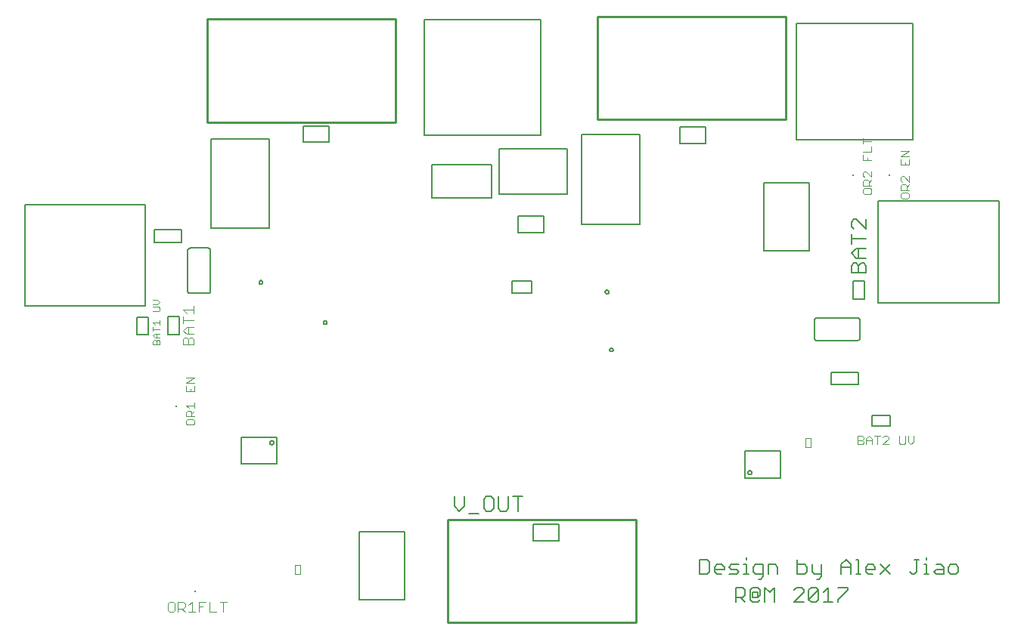
<source format=gto>
G75*
%MOIN*%
%OFA0B0*%
%FSLAX25Y25*%
%IPPOS*%
%LPD*%
%AMOC8*
5,1,8,0,0,1.08239X$1,22.5*
%
%ADD10C,0.00600*%
%ADD11C,0.00300*%
%ADD12C,0.00400*%
%ADD13C,0.00500*%
%ADD14C,0.01000*%
%ADD15R,0.00787X0.00787*%
%ADD16C,0.00256*%
D10*
X0259317Y0163150D02*
X0259317Y0181150D01*
X0259319Y0181210D01*
X0259324Y0181271D01*
X0259333Y0181330D01*
X0259346Y0181389D01*
X0259362Y0181448D01*
X0259382Y0181505D01*
X0259405Y0181560D01*
X0259432Y0181615D01*
X0259461Y0181667D01*
X0259494Y0181718D01*
X0259530Y0181767D01*
X0259568Y0181813D01*
X0259610Y0181857D01*
X0259654Y0181899D01*
X0259700Y0181937D01*
X0259749Y0181973D01*
X0259800Y0182006D01*
X0259852Y0182035D01*
X0259907Y0182062D01*
X0259962Y0182085D01*
X0260019Y0182105D01*
X0260078Y0182121D01*
X0260137Y0182134D01*
X0260196Y0182143D01*
X0260257Y0182148D01*
X0260317Y0182150D01*
X0268317Y0182150D01*
X0268377Y0182148D01*
X0268438Y0182143D01*
X0268497Y0182134D01*
X0268556Y0182121D01*
X0268615Y0182105D01*
X0268672Y0182085D01*
X0268727Y0182062D01*
X0268782Y0182035D01*
X0268834Y0182006D01*
X0268885Y0181973D01*
X0268934Y0181937D01*
X0268980Y0181899D01*
X0269024Y0181857D01*
X0269066Y0181813D01*
X0269104Y0181767D01*
X0269140Y0181718D01*
X0269173Y0181667D01*
X0269202Y0181615D01*
X0269229Y0181560D01*
X0269252Y0181505D01*
X0269272Y0181448D01*
X0269288Y0181389D01*
X0269301Y0181330D01*
X0269310Y0181271D01*
X0269315Y0181210D01*
X0269317Y0181150D01*
X0269317Y0163150D01*
X0269315Y0163090D01*
X0269310Y0163029D01*
X0269301Y0162970D01*
X0269288Y0162911D01*
X0269272Y0162852D01*
X0269252Y0162795D01*
X0269229Y0162740D01*
X0269202Y0162685D01*
X0269173Y0162633D01*
X0269140Y0162582D01*
X0269104Y0162533D01*
X0269066Y0162487D01*
X0269024Y0162443D01*
X0268980Y0162401D01*
X0268934Y0162363D01*
X0268885Y0162327D01*
X0268834Y0162294D01*
X0268782Y0162265D01*
X0268727Y0162238D01*
X0268672Y0162215D01*
X0268615Y0162195D01*
X0268556Y0162179D01*
X0268497Y0162166D01*
X0268438Y0162157D01*
X0268377Y0162152D01*
X0268317Y0162150D01*
X0260317Y0162150D01*
X0260257Y0162152D01*
X0260196Y0162157D01*
X0260137Y0162166D01*
X0260078Y0162179D01*
X0260019Y0162195D01*
X0259962Y0162215D01*
X0259907Y0162238D01*
X0259852Y0162265D01*
X0259800Y0162294D01*
X0259749Y0162327D01*
X0259700Y0162363D01*
X0259654Y0162401D01*
X0259610Y0162443D01*
X0259568Y0162487D01*
X0259530Y0162533D01*
X0259494Y0162582D01*
X0259461Y0162633D01*
X0259432Y0162685D01*
X0259405Y0162740D01*
X0259382Y0162795D01*
X0259362Y0162852D01*
X0259346Y0162911D01*
X0259333Y0162970D01*
X0259324Y0163029D01*
X0259319Y0163090D01*
X0259317Y0163150D01*
X0376901Y0072516D02*
X0376901Y0068246D01*
X0379036Y0066111D01*
X0381171Y0068246D01*
X0381171Y0072516D01*
X0389791Y0071449D02*
X0389791Y0067179D01*
X0390859Y0066111D01*
X0392994Y0066111D01*
X0394062Y0067179D01*
X0394062Y0071449D01*
X0392994Y0072516D01*
X0390859Y0072516D01*
X0389791Y0071449D01*
X0396237Y0072516D02*
X0396237Y0067179D01*
X0397305Y0066111D01*
X0399440Y0066111D01*
X0400507Y0067179D01*
X0400507Y0072516D01*
X0402682Y0072516D02*
X0406953Y0072516D01*
X0404818Y0072516D02*
X0404818Y0066111D01*
X0387616Y0065043D02*
X0383346Y0065043D01*
X0485011Y0044642D02*
X0485011Y0038237D01*
X0488213Y0038237D01*
X0489281Y0039305D01*
X0489281Y0043575D01*
X0488213Y0044642D01*
X0485011Y0044642D01*
X0491456Y0041440D02*
X0492524Y0042507D01*
X0494659Y0042507D01*
X0495727Y0041440D01*
X0495727Y0040372D01*
X0491456Y0040372D01*
X0491456Y0039305D02*
X0491456Y0041440D01*
X0491456Y0039305D02*
X0492524Y0038237D01*
X0494659Y0038237D01*
X0497902Y0038237D02*
X0501104Y0038237D01*
X0502172Y0039305D01*
X0501104Y0040372D01*
X0498969Y0040372D01*
X0497902Y0041440D01*
X0498969Y0042507D01*
X0502172Y0042507D01*
X0504347Y0042507D02*
X0505415Y0042507D01*
X0505415Y0038237D01*
X0506482Y0038237D02*
X0504347Y0038237D01*
X0508644Y0039305D02*
X0509712Y0038237D01*
X0512915Y0038237D01*
X0512915Y0037169D02*
X0512915Y0042507D01*
X0509712Y0042507D01*
X0508644Y0041440D01*
X0508644Y0039305D01*
X0510779Y0036102D02*
X0511847Y0036102D01*
X0512915Y0037169D01*
X0515090Y0038237D02*
X0515090Y0042507D01*
X0518292Y0042507D01*
X0519360Y0041440D01*
X0519360Y0038237D01*
X0517920Y0032280D02*
X0517920Y0025875D01*
X0513650Y0025875D02*
X0513650Y0032280D01*
X0515785Y0030145D01*
X0517920Y0032280D01*
X0511475Y0031213D02*
X0511475Y0029078D01*
X0510407Y0028010D01*
X0510407Y0030145D01*
X0508272Y0030145D01*
X0508272Y0028010D01*
X0510407Y0028010D01*
X0511475Y0026942D02*
X0510407Y0025875D01*
X0508272Y0025875D01*
X0507204Y0026942D01*
X0507204Y0031213D01*
X0508272Y0032280D01*
X0510407Y0032280D01*
X0511475Y0031213D01*
X0505029Y0031213D02*
X0503962Y0032280D01*
X0500759Y0032280D01*
X0500759Y0025875D01*
X0500759Y0028010D02*
X0503962Y0028010D01*
X0505029Y0029078D01*
X0505029Y0031213D01*
X0502894Y0028010D02*
X0505029Y0025875D01*
X0526541Y0025875D02*
X0530811Y0030145D01*
X0530811Y0031213D01*
X0529743Y0032280D01*
X0527608Y0032280D01*
X0526541Y0031213D01*
X0526541Y0025875D02*
X0530811Y0025875D01*
X0532986Y0026942D02*
X0537257Y0031213D01*
X0537257Y0026942D01*
X0536189Y0025875D01*
X0534054Y0025875D01*
X0532986Y0026942D01*
X0532986Y0031213D01*
X0534054Y0032280D01*
X0536189Y0032280D01*
X0537257Y0031213D01*
X0539432Y0030145D02*
X0541567Y0032280D01*
X0541567Y0025875D01*
X0539432Y0025875D02*
X0543702Y0025875D01*
X0545877Y0025875D02*
X0545877Y0026942D01*
X0550148Y0031213D01*
X0550148Y0032280D01*
X0545877Y0032280D01*
X0547317Y0038237D02*
X0547317Y0042507D01*
X0549452Y0044642D01*
X0551588Y0042507D01*
X0551588Y0038237D01*
X0553763Y0038237D02*
X0555898Y0038237D01*
X0554830Y0038237D02*
X0554830Y0044642D01*
X0553763Y0044642D01*
X0551588Y0041440D02*
X0547317Y0041440D01*
X0538697Y0042507D02*
X0538697Y0037169D01*
X0537629Y0036102D01*
X0536561Y0036102D01*
X0535494Y0038237D02*
X0538697Y0038237D01*
X0535494Y0038237D02*
X0534426Y0039305D01*
X0534426Y0042507D01*
X0532251Y0041440D02*
X0531183Y0042507D01*
X0527981Y0042507D01*
X0527981Y0044642D02*
X0527981Y0038237D01*
X0531183Y0038237D01*
X0532251Y0039305D01*
X0532251Y0041440D01*
X0558060Y0041440D02*
X0559127Y0042507D01*
X0561262Y0042507D01*
X0562330Y0041440D01*
X0562330Y0040372D01*
X0558060Y0040372D01*
X0558060Y0039305D02*
X0558060Y0041440D01*
X0558060Y0039305D02*
X0559127Y0038237D01*
X0561262Y0038237D01*
X0564505Y0038237D02*
X0568776Y0042507D01*
X0568776Y0038237D02*
X0564505Y0042507D01*
X0577396Y0039305D02*
X0578464Y0038237D01*
X0579531Y0038237D01*
X0580599Y0039305D01*
X0580599Y0044642D01*
X0579531Y0044642D02*
X0581667Y0044642D01*
X0583842Y0042507D02*
X0584909Y0042507D01*
X0584909Y0038237D01*
X0583842Y0038237D02*
X0585977Y0038237D01*
X0588139Y0039305D02*
X0589206Y0038237D01*
X0592409Y0038237D01*
X0592409Y0041440D01*
X0591341Y0042507D01*
X0589206Y0042507D01*
X0589206Y0040372D02*
X0592409Y0040372D01*
X0594584Y0039305D02*
X0595652Y0038237D01*
X0597787Y0038237D01*
X0598855Y0039305D01*
X0598855Y0041440D01*
X0597787Y0042507D01*
X0595652Y0042507D01*
X0594584Y0041440D01*
X0594584Y0039305D01*
X0589206Y0040372D02*
X0588139Y0039305D01*
X0584909Y0044642D02*
X0584909Y0045710D01*
X0505415Y0045710D02*
X0505415Y0044642D01*
X0536498Y0141441D02*
X0554498Y0141441D01*
X0554558Y0141443D01*
X0554619Y0141448D01*
X0554678Y0141457D01*
X0554737Y0141470D01*
X0554796Y0141486D01*
X0554853Y0141506D01*
X0554908Y0141529D01*
X0554963Y0141556D01*
X0555015Y0141585D01*
X0555066Y0141618D01*
X0555115Y0141654D01*
X0555161Y0141692D01*
X0555205Y0141734D01*
X0555247Y0141778D01*
X0555285Y0141824D01*
X0555321Y0141873D01*
X0555354Y0141924D01*
X0555383Y0141976D01*
X0555410Y0142031D01*
X0555433Y0142086D01*
X0555453Y0142143D01*
X0555469Y0142202D01*
X0555482Y0142261D01*
X0555491Y0142320D01*
X0555496Y0142381D01*
X0555498Y0142441D01*
X0555498Y0150441D01*
X0555496Y0150501D01*
X0555491Y0150562D01*
X0555482Y0150621D01*
X0555469Y0150680D01*
X0555453Y0150739D01*
X0555433Y0150796D01*
X0555410Y0150851D01*
X0555383Y0150906D01*
X0555354Y0150958D01*
X0555321Y0151009D01*
X0555285Y0151058D01*
X0555247Y0151104D01*
X0555205Y0151148D01*
X0555161Y0151190D01*
X0555115Y0151228D01*
X0555066Y0151264D01*
X0555015Y0151297D01*
X0554963Y0151326D01*
X0554908Y0151353D01*
X0554853Y0151376D01*
X0554796Y0151396D01*
X0554737Y0151412D01*
X0554678Y0151425D01*
X0554619Y0151434D01*
X0554558Y0151439D01*
X0554498Y0151441D01*
X0536498Y0151441D01*
X0536438Y0151439D01*
X0536377Y0151434D01*
X0536318Y0151425D01*
X0536259Y0151412D01*
X0536200Y0151396D01*
X0536143Y0151376D01*
X0536088Y0151353D01*
X0536033Y0151326D01*
X0535981Y0151297D01*
X0535930Y0151264D01*
X0535881Y0151228D01*
X0535835Y0151190D01*
X0535791Y0151148D01*
X0535749Y0151104D01*
X0535711Y0151058D01*
X0535675Y0151009D01*
X0535642Y0150958D01*
X0535613Y0150906D01*
X0535586Y0150851D01*
X0535563Y0150796D01*
X0535543Y0150739D01*
X0535527Y0150680D01*
X0535514Y0150621D01*
X0535505Y0150562D01*
X0535500Y0150501D01*
X0535498Y0150441D01*
X0535498Y0142441D01*
X0535500Y0142381D01*
X0535505Y0142320D01*
X0535514Y0142261D01*
X0535527Y0142202D01*
X0535543Y0142143D01*
X0535563Y0142086D01*
X0535586Y0142031D01*
X0535613Y0141976D01*
X0535642Y0141924D01*
X0535675Y0141873D01*
X0535711Y0141824D01*
X0535749Y0141778D01*
X0535791Y0141734D01*
X0535835Y0141692D01*
X0535881Y0141654D01*
X0535930Y0141618D01*
X0535981Y0141585D01*
X0536033Y0141556D01*
X0536088Y0141529D01*
X0536143Y0141506D01*
X0536200Y0141486D01*
X0536259Y0141470D01*
X0536318Y0141457D01*
X0536377Y0141448D01*
X0536438Y0141443D01*
X0536498Y0141441D01*
X0551785Y0171229D02*
X0551785Y0174432D01*
X0552852Y0175499D01*
X0553920Y0175499D01*
X0554988Y0174432D01*
X0554988Y0171229D01*
X0558190Y0171229D02*
X0558190Y0174432D01*
X0557123Y0175499D01*
X0556055Y0175499D01*
X0554988Y0174432D01*
X0554988Y0177675D02*
X0554988Y0181945D01*
X0553920Y0181945D02*
X0558190Y0181945D01*
X0553920Y0181945D02*
X0551785Y0179810D01*
X0553920Y0177675D01*
X0558190Y0177675D01*
X0558190Y0171229D02*
X0551785Y0171229D01*
X0551785Y0184120D02*
X0551785Y0188390D01*
X0551785Y0186255D02*
X0558190Y0186255D01*
X0558190Y0190566D02*
X0553920Y0194836D01*
X0552852Y0194836D01*
X0551785Y0193768D01*
X0551785Y0191633D01*
X0552852Y0190566D01*
X0558190Y0190566D02*
X0558190Y0194836D01*
D11*
X0573598Y0204716D02*
X0574215Y0204098D01*
X0576684Y0204098D01*
X0577301Y0204716D01*
X0577301Y0205950D01*
X0576684Y0206567D01*
X0574215Y0206567D01*
X0573598Y0205950D01*
X0573598Y0204716D01*
X0573598Y0207782D02*
X0573598Y0209633D01*
X0574215Y0210250D01*
X0575449Y0210250D01*
X0576067Y0209633D01*
X0576067Y0207782D01*
X0577301Y0207782D02*
X0573598Y0207782D01*
X0576067Y0209016D02*
X0577301Y0210250D01*
X0577301Y0211465D02*
X0574832Y0213933D01*
X0574215Y0213933D01*
X0573598Y0213316D01*
X0573598Y0212082D01*
X0574215Y0211465D01*
X0577301Y0211465D02*
X0577301Y0213933D01*
X0577301Y0218831D02*
X0573598Y0218831D01*
X0573598Y0221300D01*
X0573598Y0222514D02*
X0577301Y0224983D01*
X0573598Y0224983D01*
X0573598Y0222514D02*
X0577301Y0222514D01*
X0577301Y0221300D02*
X0577301Y0218831D01*
X0575449Y0218831D02*
X0575449Y0220065D01*
X0560702Y0220851D02*
X0556999Y0220851D01*
X0556999Y0223320D01*
X0556999Y0224534D02*
X0560702Y0224534D01*
X0560702Y0227003D01*
X0560702Y0229452D02*
X0556999Y0229452D01*
X0556999Y0230686D02*
X0556999Y0228217D01*
X0558851Y0222085D02*
X0558851Y0220851D01*
X0558234Y0215954D02*
X0557617Y0215954D01*
X0556999Y0215336D01*
X0556999Y0214102D01*
X0557617Y0213485D01*
X0557617Y0212270D02*
X0558851Y0212270D01*
X0559468Y0211653D01*
X0559468Y0209802D01*
X0559468Y0211036D02*
X0560702Y0212270D01*
X0560702Y0213485D02*
X0558234Y0215954D01*
X0560702Y0215954D02*
X0560702Y0213485D01*
X0557617Y0212270D02*
X0556999Y0211653D01*
X0556999Y0209802D01*
X0560702Y0209802D01*
X0560085Y0208587D02*
X0557617Y0208587D01*
X0556999Y0207970D01*
X0556999Y0206736D01*
X0557617Y0206119D01*
X0560085Y0206119D01*
X0560702Y0206736D01*
X0560702Y0207970D01*
X0560085Y0208587D01*
X0559542Y0099192D02*
X0560776Y0097957D01*
X0560776Y0095489D01*
X0560776Y0097340D02*
X0558308Y0097340D01*
X0558308Y0097957D02*
X0559542Y0099192D01*
X0558308Y0097957D02*
X0558308Y0095489D01*
X0557093Y0096106D02*
X0556476Y0095489D01*
X0554625Y0095489D01*
X0554625Y0099192D01*
X0556476Y0099192D01*
X0557093Y0098575D01*
X0557093Y0097957D01*
X0556476Y0097340D01*
X0554625Y0097340D01*
X0556476Y0097340D02*
X0557093Y0096723D01*
X0557093Y0096106D01*
X0561991Y0099192D02*
X0564460Y0099192D01*
X0563225Y0099192D02*
X0563225Y0095489D01*
X0565674Y0095489D02*
X0568143Y0097957D01*
X0568143Y0098575D01*
X0567526Y0099192D01*
X0566291Y0099192D01*
X0565674Y0098575D01*
X0565674Y0095489D02*
X0568143Y0095489D01*
X0573040Y0096106D02*
X0573657Y0095489D01*
X0574892Y0095489D01*
X0575509Y0096106D01*
X0575509Y0099192D01*
X0576723Y0099192D02*
X0576723Y0096723D01*
X0577958Y0095489D01*
X0579192Y0096723D01*
X0579192Y0099192D01*
X0573040Y0099192D02*
X0573040Y0096106D01*
X0262277Y0104767D02*
X0262277Y0106002D01*
X0261660Y0106619D01*
X0259191Y0106619D01*
X0258574Y0106002D01*
X0258574Y0104767D01*
X0259191Y0104150D01*
X0261660Y0104150D01*
X0262277Y0104767D01*
X0262277Y0107833D02*
X0258574Y0107833D01*
X0258574Y0109685D01*
X0259191Y0110302D01*
X0260426Y0110302D01*
X0261043Y0109685D01*
X0261043Y0107833D01*
X0261043Y0109068D02*
X0262277Y0110302D01*
X0262277Y0111516D02*
X0262277Y0113985D01*
X0262277Y0112751D02*
X0258574Y0112751D01*
X0259809Y0111516D01*
X0260426Y0118883D02*
X0260426Y0120117D01*
X0262277Y0118883D02*
X0262277Y0121351D01*
X0262277Y0122566D02*
X0258574Y0122566D01*
X0262277Y0125034D01*
X0258574Y0125034D01*
X0258574Y0121351D02*
X0258574Y0118883D01*
X0262277Y0118883D01*
X0246923Y0139583D02*
X0244020Y0139583D01*
X0244020Y0141034D01*
X0244504Y0141518D01*
X0244988Y0141518D01*
X0245472Y0141034D01*
X0245472Y0139583D01*
X0246923Y0139583D02*
X0246923Y0141034D01*
X0246439Y0141518D01*
X0245955Y0141518D01*
X0245472Y0141034D01*
X0245472Y0142530D02*
X0245472Y0144465D01*
X0244988Y0144465D02*
X0246923Y0144465D01*
X0244988Y0144465D02*
X0244020Y0143497D01*
X0244988Y0142530D01*
X0246923Y0142530D01*
X0246923Y0146444D02*
X0244020Y0146444D01*
X0244020Y0147411D02*
X0244020Y0145476D01*
X0244988Y0148423D02*
X0244020Y0149390D01*
X0246923Y0149390D01*
X0246923Y0148423D02*
X0246923Y0150358D01*
X0246439Y0154316D02*
X0246923Y0154799D01*
X0246923Y0155767D01*
X0246439Y0156251D01*
X0244020Y0156251D01*
X0244020Y0157262D02*
X0245955Y0157262D01*
X0246923Y0158230D01*
X0245955Y0159197D01*
X0244020Y0159197D01*
X0244020Y0154316D02*
X0246439Y0154316D01*
D12*
X0250423Y0022290D02*
X0251190Y0021523D01*
X0252725Y0021523D01*
X0253492Y0022290D01*
X0253492Y0025359D01*
X0252725Y0026127D01*
X0251190Y0026127D01*
X0250423Y0025359D01*
X0250423Y0022290D01*
X0255026Y0021523D02*
X0255026Y0026127D01*
X0257328Y0026127D01*
X0258096Y0025359D01*
X0258096Y0023825D01*
X0257328Y0023057D01*
X0255026Y0023057D01*
X0256561Y0023057D02*
X0258096Y0021523D01*
X0259630Y0021523D02*
X0262700Y0021523D01*
X0264234Y0021523D02*
X0264234Y0026127D01*
X0267304Y0026127D01*
X0268838Y0026127D02*
X0268838Y0021523D01*
X0271908Y0021523D01*
X0274977Y0021523D02*
X0274977Y0026127D01*
X0276511Y0026127D02*
X0273442Y0026127D01*
X0265769Y0023825D02*
X0264234Y0023825D01*
X0261165Y0026127D02*
X0261165Y0021523D01*
X0259630Y0024592D02*
X0261165Y0026127D01*
X0261834Y0139633D02*
X0257230Y0139633D01*
X0257230Y0141935D01*
X0257997Y0142702D01*
X0258764Y0142702D01*
X0259532Y0141935D01*
X0259532Y0139633D01*
X0261834Y0139633D02*
X0261834Y0141935D01*
X0261066Y0142702D01*
X0260299Y0142702D01*
X0259532Y0141935D01*
X0259532Y0144237D02*
X0259532Y0147306D01*
X0258764Y0147306D02*
X0261834Y0147306D01*
X0261834Y0144237D02*
X0258764Y0144237D01*
X0257230Y0145772D01*
X0258764Y0147306D01*
X0257230Y0148841D02*
X0257230Y0151910D01*
X0257230Y0150376D02*
X0261834Y0150376D01*
X0261834Y0153445D02*
X0261834Y0156514D01*
X0261834Y0154979D02*
X0257230Y0154979D01*
X0258764Y0153445D01*
D13*
X0255439Y0151835D02*
X0255439Y0143961D01*
X0250518Y0143961D01*
X0250518Y0151835D01*
X0255439Y0151835D01*
X0241856Y0151795D02*
X0241856Y0143921D01*
X0236935Y0143921D01*
X0236935Y0151795D01*
X0241856Y0151795D01*
X0240695Y0156559D02*
X0187545Y0156559D01*
X0187545Y0201441D01*
X0240695Y0201441D01*
X0240695Y0156559D01*
X0290735Y0167071D02*
X0290737Y0167127D01*
X0290743Y0167182D01*
X0290753Y0167236D01*
X0290766Y0167290D01*
X0290784Y0167343D01*
X0290805Y0167394D01*
X0290829Y0167444D01*
X0290857Y0167492D01*
X0290889Y0167538D01*
X0290923Y0167582D01*
X0290961Y0167623D01*
X0291001Y0167661D01*
X0291044Y0167696D01*
X0291089Y0167728D01*
X0291137Y0167757D01*
X0291186Y0167783D01*
X0291237Y0167805D01*
X0291289Y0167823D01*
X0291343Y0167837D01*
X0291398Y0167848D01*
X0291453Y0167855D01*
X0291508Y0167858D01*
X0291564Y0167857D01*
X0291619Y0167852D01*
X0291674Y0167843D01*
X0291728Y0167831D01*
X0291781Y0167814D01*
X0291833Y0167794D01*
X0291883Y0167770D01*
X0291931Y0167743D01*
X0291978Y0167713D01*
X0292022Y0167679D01*
X0292064Y0167642D01*
X0292102Y0167602D01*
X0292139Y0167560D01*
X0292172Y0167515D01*
X0292201Y0167469D01*
X0292228Y0167420D01*
X0292250Y0167369D01*
X0292270Y0167317D01*
X0292285Y0167263D01*
X0292297Y0167209D01*
X0292305Y0167154D01*
X0292309Y0167099D01*
X0292309Y0167043D01*
X0292305Y0166988D01*
X0292297Y0166933D01*
X0292285Y0166879D01*
X0292270Y0166825D01*
X0292250Y0166773D01*
X0292228Y0166722D01*
X0292201Y0166673D01*
X0292172Y0166627D01*
X0292139Y0166582D01*
X0292102Y0166540D01*
X0292064Y0166500D01*
X0292022Y0166463D01*
X0291978Y0166429D01*
X0291931Y0166399D01*
X0291883Y0166372D01*
X0291833Y0166348D01*
X0291781Y0166328D01*
X0291728Y0166311D01*
X0291674Y0166299D01*
X0291619Y0166290D01*
X0291564Y0166285D01*
X0291508Y0166284D01*
X0291453Y0166287D01*
X0291398Y0166294D01*
X0291343Y0166305D01*
X0291289Y0166319D01*
X0291237Y0166337D01*
X0291186Y0166359D01*
X0291137Y0166385D01*
X0291089Y0166414D01*
X0291044Y0166446D01*
X0291001Y0166481D01*
X0290961Y0166519D01*
X0290923Y0166560D01*
X0290889Y0166604D01*
X0290857Y0166650D01*
X0290829Y0166698D01*
X0290805Y0166748D01*
X0290784Y0166799D01*
X0290766Y0166852D01*
X0290753Y0166906D01*
X0290743Y0166960D01*
X0290737Y0167015D01*
X0290735Y0167071D01*
X0319121Y0149276D02*
X0319123Y0149332D01*
X0319129Y0149387D01*
X0319139Y0149441D01*
X0319152Y0149495D01*
X0319170Y0149548D01*
X0319191Y0149599D01*
X0319215Y0149649D01*
X0319243Y0149697D01*
X0319275Y0149743D01*
X0319309Y0149787D01*
X0319347Y0149828D01*
X0319387Y0149866D01*
X0319430Y0149901D01*
X0319475Y0149933D01*
X0319523Y0149962D01*
X0319572Y0149988D01*
X0319623Y0150010D01*
X0319675Y0150028D01*
X0319729Y0150042D01*
X0319784Y0150053D01*
X0319839Y0150060D01*
X0319894Y0150063D01*
X0319950Y0150062D01*
X0320005Y0150057D01*
X0320060Y0150048D01*
X0320114Y0150036D01*
X0320167Y0150019D01*
X0320219Y0149999D01*
X0320269Y0149975D01*
X0320317Y0149948D01*
X0320364Y0149918D01*
X0320408Y0149884D01*
X0320450Y0149847D01*
X0320488Y0149807D01*
X0320525Y0149765D01*
X0320558Y0149720D01*
X0320587Y0149674D01*
X0320614Y0149625D01*
X0320636Y0149574D01*
X0320656Y0149522D01*
X0320671Y0149468D01*
X0320683Y0149414D01*
X0320691Y0149359D01*
X0320695Y0149304D01*
X0320695Y0149248D01*
X0320691Y0149193D01*
X0320683Y0149138D01*
X0320671Y0149084D01*
X0320656Y0149030D01*
X0320636Y0148978D01*
X0320614Y0148927D01*
X0320587Y0148878D01*
X0320558Y0148832D01*
X0320525Y0148787D01*
X0320488Y0148745D01*
X0320450Y0148705D01*
X0320408Y0148668D01*
X0320364Y0148634D01*
X0320317Y0148604D01*
X0320269Y0148577D01*
X0320219Y0148553D01*
X0320167Y0148533D01*
X0320114Y0148516D01*
X0320060Y0148504D01*
X0320005Y0148495D01*
X0319950Y0148490D01*
X0319894Y0148489D01*
X0319839Y0148492D01*
X0319784Y0148499D01*
X0319729Y0148510D01*
X0319675Y0148524D01*
X0319623Y0148542D01*
X0319572Y0148564D01*
X0319523Y0148590D01*
X0319475Y0148619D01*
X0319430Y0148651D01*
X0319387Y0148686D01*
X0319347Y0148724D01*
X0319309Y0148765D01*
X0319275Y0148809D01*
X0319243Y0148855D01*
X0319215Y0148903D01*
X0319191Y0148953D01*
X0319170Y0149004D01*
X0319152Y0149057D01*
X0319139Y0149111D01*
X0319129Y0149165D01*
X0319123Y0149220D01*
X0319121Y0149276D01*
X0256443Y0184748D02*
X0244632Y0184748D01*
X0244632Y0190260D01*
X0256443Y0190260D01*
X0256443Y0184748D01*
X0269711Y0191008D02*
X0269711Y0230378D01*
X0295301Y0230378D01*
X0295301Y0191008D01*
X0269711Y0191008D01*
X0310262Y0228803D02*
X0310262Y0236087D01*
X0321679Y0236087D01*
X0321679Y0228803D01*
X0310262Y0228803D01*
X0363608Y0231953D02*
X0363608Y0283134D01*
X0414789Y0283134D01*
X0414789Y0231953D01*
X0363608Y0231953D01*
X0366955Y0218961D02*
X0366955Y0204394D01*
X0393333Y0204394D01*
X0393333Y0218961D01*
X0366955Y0218961D01*
X0396640Y0226126D02*
X0396640Y0206126D01*
X0426640Y0206126D01*
X0426640Y0226126D01*
X0396640Y0226126D01*
X0432900Y0232150D02*
X0432900Y0192780D01*
X0458490Y0192780D01*
X0458490Y0232150D01*
X0432900Y0232150D01*
X0476207Y0235693D02*
X0476207Y0228409D01*
X0487624Y0228409D01*
X0487624Y0235693D01*
X0476207Y0235693D01*
X0527585Y0229984D02*
X0527585Y0281165D01*
X0578766Y0281165D01*
X0578766Y0229984D01*
X0527585Y0229984D01*
X0533372Y0211047D02*
X0513372Y0211047D01*
X0513372Y0181047D01*
X0533372Y0181047D01*
X0533372Y0211047D01*
X0563687Y0202819D02*
X0616837Y0202819D01*
X0616837Y0157937D01*
X0563687Y0157937D01*
X0563687Y0202819D01*
X0557408Y0167583D02*
X0552486Y0167583D01*
X0552486Y0159709D01*
X0557408Y0159709D01*
X0557408Y0167583D01*
X0554829Y0127465D02*
X0543018Y0127465D01*
X0543018Y0121953D01*
X0554829Y0121953D01*
X0554829Y0127465D01*
X0560852Y0108429D02*
X0560852Y0103508D01*
X0568726Y0103508D01*
X0568726Y0108429D01*
X0560852Y0108429D01*
X0520656Y0092583D02*
X0520656Y0080772D01*
X0504908Y0080772D01*
X0504908Y0092583D01*
X0520656Y0092583D01*
X0506246Y0083134D02*
X0506248Y0083192D01*
X0506254Y0083251D01*
X0506264Y0083308D01*
X0506277Y0083365D01*
X0506295Y0083421D01*
X0506316Y0083476D01*
X0506341Y0083528D01*
X0506369Y0083580D01*
X0506401Y0083629D01*
X0506436Y0083676D01*
X0506474Y0083720D01*
X0506515Y0083762D01*
X0506559Y0083801D01*
X0506605Y0083836D01*
X0506654Y0083869D01*
X0506705Y0083898D01*
X0506757Y0083924D01*
X0506811Y0083946D01*
X0506867Y0083965D01*
X0506923Y0083979D01*
X0506981Y0083990D01*
X0507039Y0083997D01*
X0507097Y0084000D01*
X0507156Y0083999D01*
X0507214Y0083994D01*
X0507272Y0083985D01*
X0507329Y0083972D01*
X0507385Y0083956D01*
X0507440Y0083935D01*
X0507493Y0083911D01*
X0507545Y0083884D01*
X0507595Y0083853D01*
X0507642Y0083819D01*
X0507687Y0083781D01*
X0507730Y0083741D01*
X0507769Y0083698D01*
X0507806Y0083652D01*
X0507839Y0083604D01*
X0507869Y0083554D01*
X0507896Y0083502D01*
X0507919Y0083448D01*
X0507938Y0083393D01*
X0507954Y0083337D01*
X0507966Y0083280D01*
X0507974Y0083222D01*
X0507978Y0083163D01*
X0507978Y0083105D01*
X0507974Y0083046D01*
X0507966Y0082988D01*
X0507954Y0082931D01*
X0507938Y0082875D01*
X0507919Y0082820D01*
X0507896Y0082766D01*
X0507869Y0082714D01*
X0507839Y0082664D01*
X0507806Y0082616D01*
X0507769Y0082570D01*
X0507730Y0082527D01*
X0507687Y0082487D01*
X0507642Y0082449D01*
X0507595Y0082415D01*
X0507545Y0082384D01*
X0507493Y0082357D01*
X0507440Y0082333D01*
X0507385Y0082312D01*
X0507329Y0082296D01*
X0507272Y0082283D01*
X0507214Y0082274D01*
X0507156Y0082269D01*
X0507097Y0082268D01*
X0507039Y0082271D01*
X0506981Y0082278D01*
X0506923Y0082289D01*
X0506867Y0082303D01*
X0506811Y0082322D01*
X0506757Y0082344D01*
X0506705Y0082370D01*
X0506654Y0082399D01*
X0506605Y0082432D01*
X0506559Y0082467D01*
X0506515Y0082506D01*
X0506474Y0082548D01*
X0506436Y0082592D01*
X0506401Y0082639D01*
X0506369Y0082688D01*
X0506341Y0082740D01*
X0506316Y0082792D01*
X0506295Y0082847D01*
X0506277Y0082903D01*
X0506264Y0082960D01*
X0506254Y0083017D01*
X0506248Y0083076D01*
X0506246Y0083134D01*
X0422978Y0060220D02*
X0422978Y0052937D01*
X0411561Y0052937D01*
X0411561Y0060220D01*
X0422978Y0060220D01*
X0354986Y0056835D02*
X0334986Y0056835D01*
X0334986Y0026835D01*
X0354986Y0026835D01*
X0354986Y0056835D01*
X0298569Y0086874D02*
X0282821Y0086874D01*
X0282821Y0098685D01*
X0298569Y0098685D01*
X0298569Y0086874D01*
X0295498Y0096323D02*
X0295500Y0096381D01*
X0295506Y0096440D01*
X0295516Y0096497D01*
X0295529Y0096554D01*
X0295547Y0096610D01*
X0295568Y0096665D01*
X0295593Y0096717D01*
X0295621Y0096769D01*
X0295653Y0096818D01*
X0295688Y0096865D01*
X0295726Y0096909D01*
X0295767Y0096951D01*
X0295811Y0096990D01*
X0295857Y0097025D01*
X0295906Y0097058D01*
X0295957Y0097087D01*
X0296009Y0097113D01*
X0296063Y0097135D01*
X0296119Y0097154D01*
X0296175Y0097168D01*
X0296233Y0097179D01*
X0296291Y0097186D01*
X0296349Y0097189D01*
X0296408Y0097188D01*
X0296466Y0097183D01*
X0296524Y0097174D01*
X0296581Y0097161D01*
X0296637Y0097145D01*
X0296692Y0097124D01*
X0296745Y0097100D01*
X0296797Y0097073D01*
X0296847Y0097042D01*
X0296894Y0097008D01*
X0296939Y0096970D01*
X0296982Y0096930D01*
X0297021Y0096887D01*
X0297058Y0096841D01*
X0297091Y0096793D01*
X0297121Y0096743D01*
X0297148Y0096691D01*
X0297171Y0096637D01*
X0297190Y0096582D01*
X0297206Y0096526D01*
X0297218Y0096469D01*
X0297226Y0096411D01*
X0297230Y0096352D01*
X0297230Y0096294D01*
X0297226Y0096235D01*
X0297218Y0096177D01*
X0297206Y0096120D01*
X0297190Y0096064D01*
X0297171Y0096009D01*
X0297148Y0095955D01*
X0297121Y0095903D01*
X0297091Y0095853D01*
X0297058Y0095805D01*
X0297021Y0095759D01*
X0296982Y0095716D01*
X0296939Y0095676D01*
X0296894Y0095638D01*
X0296847Y0095604D01*
X0296797Y0095573D01*
X0296745Y0095546D01*
X0296692Y0095522D01*
X0296637Y0095501D01*
X0296581Y0095485D01*
X0296524Y0095472D01*
X0296466Y0095463D01*
X0296408Y0095458D01*
X0296349Y0095457D01*
X0296291Y0095460D01*
X0296233Y0095467D01*
X0296175Y0095478D01*
X0296119Y0095492D01*
X0296063Y0095511D01*
X0296009Y0095533D01*
X0295957Y0095559D01*
X0295906Y0095588D01*
X0295857Y0095621D01*
X0295811Y0095656D01*
X0295767Y0095695D01*
X0295726Y0095737D01*
X0295688Y0095781D01*
X0295653Y0095828D01*
X0295621Y0095877D01*
X0295593Y0095929D01*
X0295568Y0095981D01*
X0295547Y0096036D01*
X0295529Y0096092D01*
X0295516Y0096149D01*
X0295506Y0096206D01*
X0295500Y0096265D01*
X0295498Y0096323D01*
X0445262Y0137268D02*
X0445264Y0137324D01*
X0445270Y0137379D01*
X0445280Y0137433D01*
X0445293Y0137487D01*
X0445311Y0137540D01*
X0445332Y0137591D01*
X0445356Y0137641D01*
X0445384Y0137689D01*
X0445416Y0137735D01*
X0445450Y0137779D01*
X0445488Y0137820D01*
X0445528Y0137858D01*
X0445571Y0137893D01*
X0445616Y0137925D01*
X0445664Y0137954D01*
X0445713Y0137980D01*
X0445764Y0138002D01*
X0445816Y0138020D01*
X0445870Y0138034D01*
X0445925Y0138045D01*
X0445980Y0138052D01*
X0446035Y0138055D01*
X0446091Y0138054D01*
X0446146Y0138049D01*
X0446201Y0138040D01*
X0446255Y0138028D01*
X0446308Y0138011D01*
X0446360Y0137991D01*
X0446410Y0137967D01*
X0446458Y0137940D01*
X0446505Y0137910D01*
X0446549Y0137876D01*
X0446591Y0137839D01*
X0446629Y0137799D01*
X0446666Y0137757D01*
X0446699Y0137712D01*
X0446728Y0137666D01*
X0446755Y0137617D01*
X0446777Y0137566D01*
X0446797Y0137514D01*
X0446812Y0137460D01*
X0446824Y0137406D01*
X0446832Y0137351D01*
X0446836Y0137296D01*
X0446836Y0137240D01*
X0446832Y0137185D01*
X0446824Y0137130D01*
X0446812Y0137076D01*
X0446797Y0137022D01*
X0446777Y0136970D01*
X0446755Y0136919D01*
X0446728Y0136870D01*
X0446699Y0136824D01*
X0446666Y0136779D01*
X0446629Y0136737D01*
X0446591Y0136697D01*
X0446549Y0136660D01*
X0446505Y0136626D01*
X0446458Y0136596D01*
X0446410Y0136569D01*
X0446360Y0136545D01*
X0446308Y0136525D01*
X0446255Y0136508D01*
X0446201Y0136496D01*
X0446146Y0136487D01*
X0446091Y0136482D01*
X0446035Y0136481D01*
X0445980Y0136484D01*
X0445925Y0136491D01*
X0445870Y0136502D01*
X0445816Y0136516D01*
X0445764Y0136534D01*
X0445713Y0136556D01*
X0445664Y0136582D01*
X0445616Y0136611D01*
X0445571Y0136643D01*
X0445528Y0136678D01*
X0445488Y0136716D01*
X0445450Y0136757D01*
X0445416Y0136801D01*
X0445384Y0136847D01*
X0445356Y0136895D01*
X0445332Y0136945D01*
X0445311Y0136996D01*
X0445293Y0137049D01*
X0445280Y0137103D01*
X0445270Y0137157D01*
X0445264Y0137212D01*
X0445262Y0137268D01*
X0443294Y0162858D02*
X0443296Y0162914D01*
X0443302Y0162969D01*
X0443312Y0163023D01*
X0443325Y0163077D01*
X0443343Y0163130D01*
X0443364Y0163181D01*
X0443388Y0163231D01*
X0443416Y0163279D01*
X0443448Y0163325D01*
X0443482Y0163369D01*
X0443520Y0163410D01*
X0443560Y0163448D01*
X0443603Y0163483D01*
X0443648Y0163515D01*
X0443696Y0163544D01*
X0443745Y0163570D01*
X0443796Y0163592D01*
X0443848Y0163610D01*
X0443902Y0163624D01*
X0443957Y0163635D01*
X0444012Y0163642D01*
X0444067Y0163645D01*
X0444123Y0163644D01*
X0444178Y0163639D01*
X0444233Y0163630D01*
X0444287Y0163618D01*
X0444340Y0163601D01*
X0444392Y0163581D01*
X0444442Y0163557D01*
X0444490Y0163530D01*
X0444537Y0163500D01*
X0444581Y0163466D01*
X0444623Y0163429D01*
X0444661Y0163389D01*
X0444698Y0163347D01*
X0444731Y0163302D01*
X0444760Y0163256D01*
X0444787Y0163207D01*
X0444809Y0163156D01*
X0444829Y0163104D01*
X0444844Y0163050D01*
X0444856Y0162996D01*
X0444864Y0162941D01*
X0444868Y0162886D01*
X0444868Y0162830D01*
X0444864Y0162775D01*
X0444856Y0162720D01*
X0444844Y0162666D01*
X0444829Y0162612D01*
X0444809Y0162560D01*
X0444787Y0162509D01*
X0444760Y0162460D01*
X0444731Y0162414D01*
X0444698Y0162369D01*
X0444661Y0162327D01*
X0444623Y0162287D01*
X0444581Y0162250D01*
X0444537Y0162216D01*
X0444490Y0162186D01*
X0444442Y0162159D01*
X0444392Y0162135D01*
X0444340Y0162115D01*
X0444287Y0162098D01*
X0444233Y0162086D01*
X0444178Y0162077D01*
X0444123Y0162072D01*
X0444067Y0162071D01*
X0444012Y0162074D01*
X0443957Y0162081D01*
X0443902Y0162092D01*
X0443848Y0162106D01*
X0443796Y0162124D01*
X0443745Y0162146D01*
X0443696Y0162172D01*
X0443648Y0162201D01*
X0443603Y0162233D01*
X0443560Y0162268D01*
X0443520Y0162306D01*
X0443482Y0162347D01*
X0443448Y0162391D01*
X0443416Y0162437D01*
X0443388Y0162485D01*
X0443364Y0162535D01*
X0443343Y0162586D01*
X0443325Y0162639D01*
X0443312Y0162693D01*
X0443302Y0162747D01*
X0443296Y0162802D01*
X0443294Y0162858D01*
X0410912Y0162366D02*
X0410912Y0167681D01*
X0402053Y0167681D01*
X0402053Y0162366D01*
X0410912Y0162366D01*
X0416286Y0188961D02*
X0404868Y0188961D01*
X0404868Y0196244D01*
X0416286Y0196244D01*
X0416286Y0188961D01*
D14*
X0350975Y0237796D02*
X0267975Y0237796D01*
X0267975Y0283196D01*
X0350975Y0283196D01*
X0350975Y0237796D01*
X0440022Y0238977D02*
X0523022Y0238977D01*
X0523022Y0284377D01*
X0440022Y0284377D01*
X0440022Y0238977D01*
X0456998Y0062251D02*
X0373998Y0062251D01*
X0373998Y0016851D01*
X0456998Y0016851D01*
X0456998Y0062251D01*
D15*
X0262427Y0030693D03*
X0254160Y0112268D03*
X0552506Y0214433D03*
X0568451Y0214236D03*
D16*
X0533805Y0098370D02*
X0531443Y0098370D01*
X0531443Y0094433D01*
X0533805Y0094433D01*
X0533805Y0098370D01*
X0308766Y0042268D02*
X0308766Y0038331D01*
X0306404Y0038331D01*
X0306404Y0042268D01*
X0308766Y0042268D01*
M02*

</source>
